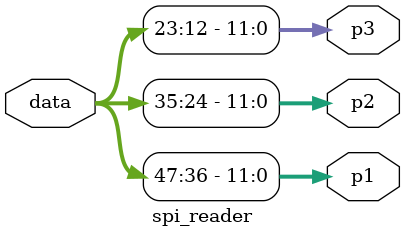
<source format=sv>
module spi_reader(input logic [47:0] data, 
			   output logic [11:0] p1,
			   output logic [11:0] p2, 
			   output logic [11:0] p3);
			   
			   
assign p1 = data[47:36]; 
assign p2 = data[35:24]; 
assign p3 = data[23:12]; 

endmodule
</source>
